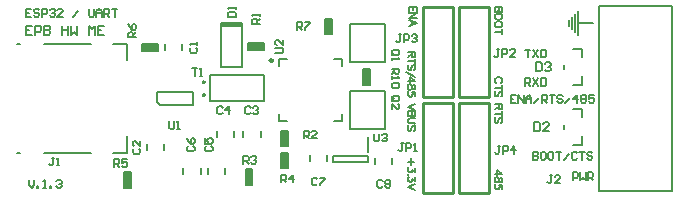
<source format=gto>
G04*
G04 #@! TF.GenerationSoftware,Altium Limited,Altium Designer,24.9.1 (31)*
G04*
G04 Layer_Color=65535*
%FSLAX44Y44*%
%MOMM*%
G71*
G04*
G04 #@! TF.SameCoordinates,0DAEADC5-739E-474D-A028-FC833E2B39B4*
G04*
G04*
G04 #@! TF.FilePolarity,Positive*
G04*
G01*
G75*
%ADD10C,0.2500*%
%ADD11C,0.2540*%
%ADD12C,0.2000*%
%ADD13C,0.1270*%
%ADD14C,0.2032*%
%ADD15C,0.1524*%
%ADD16R,1.7780X0.4572*%
%ADD17R,0.4826X1.3208*%
%ADD18R,1.3208X0.4826*%
D10*
X495100Y817000D02*
G03*
X495100Y817000I-1250J0D01*
G01*
D11*
X437750Y787750D02*
G03*
X437750Y787750I-1000J0D01*
G01*
X437750Y798750D02*
G03*
X437750Y798750I-1000J0D01*
G01*
X652300Y704990D02*
Y781190D01*
Y704990D02*
X677700D01*
Y781190D01*
X652300D02*
X677700D01*
X621820Y862470D02*
X647220D01*
Y786270D02*
Y862470D01*
X621820Y786270D02*
X647220D01*
X621820D02*
Y862470D01*
X652300D02*
X652300Y786270D01*
X677700D01*
X677700Y862470D01*
X652300D02*
X677700D01*
X621820Y781190D02*
X621820Y704990D01*
X647220D01*
X647220Y781190D01*
X621820D02*
X647220D01*
D12*
X741800Y758730D02*
Y762730D01*
X756800Y745230D02*
Y752730D01*
X749300Y745230D02*
X756800D01*
Y768730D02*
Y776230D01*
X749300D02*
X756800D01*
X741800Y809530D02*
Y813530D01*
X756800Y796030D02*
Y803530D01*
X749300Y796030D02*
X756800D01*
Y819530D02*
Y827030D01*
X749300D02*
X756800D01*
X575330Y730750D02*
Y736250D01*
X546370Y730750D02*
X575330D01*
X546370D02*
Y736250D01*
X575330D01*
X575990Y739750D02*
Y752250D01*
X500350Y812250D02*
Y818500D01*
X506600D01*
X547100D02*
X553350D01*
Y812250D02*
Y818500D01*
Y765500D02*
Y771750D01*
X547100Y765500D02*
X553350D01*
X500350D02*
Y771750D01*
Y765500D02*
X506600D01*
X771160Y706500D02*
X833160D01*
Y863500D01*
X771160D02*
X833160D01*
X771160Y706500D02*
Y863500D01*
X441623Y782623D02*
Y804750D01*
X487750Y782623D02*
Y804750D01*
X441623D02*
X487750D01*
X441623Y782623D02*
X487750D01*
D13*
X359900Y739000D02*
X371500D01*
X301100D02*
X340900D01*
X278575Y739000D02*
X280700D01*
X371500Y739000D02*
Y752800D01*
X359900Y831000D02*
X371500D01*
X301100D02*
X340900D01*
X371500Y817200D02*
Y831000D01*
X278575D02*
X280700D01*
X753361Y848500D02*
X766061D01*
X745741Y845960D02*
Y851040D01*
X748281Y843420D02*
Y853580D01*
X750821Y840880D02*
Y856120D01*
X753361Y838340D02*
Y858660D01*
X715051Y739575D02*
Y732973D01*
X718352D01*
X719452Y734074D01*
Y735174D01*
X718352Y736274D01*
X715051D01*
X718352D01*
X719452Y737375D01*
Y738475D01*
X718352Y739575D01*
X715051D01*
X724954D02*
X722753D01*
X721653Y738475D01*
Y734074D01*
X722753Y732973D01*
X724954D01*
X726054Y734074D01*
Y738475D01*
X724954Y739575D01*
X731556D02*
X729355D01*
X728255Y738475D01*
Y734074D01*
X729355Y732973D01*
X731556D01*
X732656Y734074D01*
Y738475D01*
X731556Y739575D01*
X734857D02*
X739258D01*
X737057D01*
Y732973D01*
X741459D02*
X745860Y737375D01*
X752462Y738475D02*
X751361Y739575D01*
X749161D01*
X748060Y738475D01*
Y734074D01*
X749161Y732973D01*
X751361D01*
X752462Y734074D01*
X754662Y739575D02*
X759063D01*
X756863D01*
Y732973D01*
X765665Y738475D02*
X764565Y739575D01*
X762365D01*
X761264Y738475D01*
Y737375D01*
X762365Y736274D01*
X764565D01*
X765665Y735174D01*
Y734074D01*
X764565Y732973D01*
X762365D01*
X761264Y734074D01*
X700792Y787815D02*
X696391D01*
Y781213D01*
X700792D01*
X696391Y784514D02*
X698591D01*
X702992Y781213D02*
Y787815D01*
X707394Y781213D01*
Y787815D01*
X709594Y781213D02*
Y785614D01*
X711795Y787815D01*
X713996Y785614D01*
Y781213D01*
Y784514D01*
X709594D01*
X716196Y781213D02*
X720598Y785614D01*
X722798Y781213D02*
Y787815D01*
X726099D01*
X727199Y786715D01*
Y784514D01*
X726099Y783414D01*
X722798D01*
X724999D02*
X727199Y781213D01*
X729400Y787815D02*
X733801D01*
X731601D01*
Y781213D01*
X740403Y786715D02*
X739303Y787815D01*
X737102D01*
X736002Y786715D01*
Y785614D01*
X737102Y784514D01*
X739303D01*
X740403Y783414D01*
Y782313D01*
X739303Y781213D01*
X737102D01*
X736002Y782313D01*
X742604Y781213D02*
X747005Y785614D01*
X752506Y781213D02*
Y787815D01*
X749206Y784514D01*
X753607D01*
X755807Y786715D02*
X756908Y787815D01*
X759108D01*
X760209Y786715D01*
Y785614D01*
X759108Y784514D01*
X760209Y783414D01*
Y782313D01*
X759108Y781213D01*
X756908D01*
X755807Y782313D01*
Y783414D01*
X756908Y784514D01*
X755807Y785614D01*
Y786715D01*
X756908Y784514D02*
X759108D01*
X766811Y787815D02*
X762409D01*
Y784514D01*
X764610Y785614D01*
X765710D01*
X766811Y784514D01*
Y782313D01*
X765710Y781213D01*
X763510D01*
X762409Y782313D01*
X291364Y846212D02*
X286286D01*
Y838594D01*
X291364D01*
X286286Y842403D02*
X288825D01*
X293904Y838594D02*
Y846212D01*
X297712D01*
X298982Y844942D01*
Y842403D01*
X297712Y841133D01*
X293904D01*
X301521Y846212D02*
Y838594D01*
X305330D01*
X306599Y839864D01*
Y841133D01*
X305330Y842403D01*
X301521D01*
X305330D01*
X306599Y843672D01*
Y844942D01*
X305330Y846212D01*
X301521D01*
X316756D02*
Y838594D01*
Y842403D01*
X321834D01*
Y846212D01*
Y838594D01*
X324374Y846212D02*
Y838594D01*
X326913Y841133D01*
X329452Y838594D01*
Y846212D01*
X339609Y838594D02*
Y846212D01*
X342148Y843672D01*
X344687Y846212D01*
Y838594D01*
X352305Y846212D02*
X347226D01*
Y838594D01*
X352305D01*
X347226Y842403D02*
X349766D01*
X689383Y720896D02*
X684981Y724040D01*
Y719324D01*
X689383Y720896D02*
X682780D01*
X689383Y716589D02*
X689068Y717532D01*
X688439Y717846D01*
X687811D01*
X687182Y717532D01*
X686867Y716903D01*
X686553Y715645D01*
X686238Y714702D01*
X685610Y714073D01*
X684981Y713759D01*
X684038D01*
X683409Y714073D01*
X683094Y714388D01*
X682780Y715331D01*
Y716589D01*
X683094Y717532D01*
X683409Y717846D01*
X684038Y718161D01*
X684981D01*
X685610Y717846D01*
X686238Y717217D01*
X686553Y716274D01*
X686867Y715016D01*
X687182Y714388D01*
X687811Y714073D01*
X688439D01*
X689068Y714388D01*
X689383Y715331D01*
Y716589D01*
Y708508D02*
Y711652D01*
X686553Y711967D01*
X686867Y711652D01*
X687182Y710709D01*
Y709766D01*
X686867Y708823D01*
X686238Y708194D01*
X685295Y707879D01*
X684667D01*
X683723Y708194D01*
X683094Y708823D01*
X682780Y709766D01*
Y710709D01*
X683094Y711652D01*
X683409Y711967D01*
X684038Y712281D01*
X689383Y779920D02*
X682780D01*
X689383D02*
Y777090D01*
X689068Y776147D01*
X688754Y775833D01*
X688125Y775518D01*
X687496D01*
X686867Y775833D01*
X686553Y776147D01*
X686238Y777090D01*
Y779920D01*
Y777719D02*
X682780Y775518D01*
X689383Y771840D02*
X682780D01*
X689383Y774041D02*
Y769639D01*
X688439Y764451D02*
X689068Y765080D01*
X689383Y766023D01*
Y767281D01*
X689068Y768224D01*
X688439Y768853D01*
X687811D01*
X687182Y768538D01*
X686867Y768224D01*
X686553Y767595D01*
X685924Y765709D01*
X685610Y765080D01*
X685295Y764765D01*
X684667Y764451D01*
X683723D01*
X683094Y765080D01*
X682780Y766023D01*
Y767281D01*
X683094Y768224D01*
X683723Y768853D01*
X616993Y858383D02*
Y862470D01*
X610390D01*
Y858383D01*
X613848Y862470D02*
Y859955D01*
X616993Y857282D02*
X610390D01*
X616993D02*
X610390Y852881D01*
X616993D02*
X610390D01*
Y846027D02*
X616993Y848542D01*
X610390Y851057D01*
X612591Y850114D02*
Y846970D01*
X615723Y824370D02*
X609120D01*
X615723D02*
Y821540D01*
X615408Y820597D01*
X615094Y820283D01*
X614465Y819968D01*
X613836D01*
X613207Y820283D01*
X612893Y820597D01*
X612579Y821540D01*
Y824370D01*
Y822169D02*
X609120Y819968D01*
X615723Y816290D02*
X609120D01*
X615723Y818491D02*
Y814089D01*
X614779Y808901D02*
X615408Y809530D01*
X615723Y810473D01*
Y811731D01*
X615408Y812674D01*
X614779Y813303D01*
X614151D01*
X613522Y812988D01*
X613207Y812674D01*
X612893Y812045D01*
X612264Y810159D01*
X611950Y809530D01*
X611635Y809215D01*
X611007Y808901D01*
X610063D01*
X609434Y809530D01*
X609120Y810473D01*
Y811731D01*
X609434Y812674D01*
X610063Y813303D01*
X608177Y807423D02*
X615723Y803022D01*
Y799437D02*
X611321Y802581D01*
Y797865D01*
X615723Y799437D02*
X609120D01*
X615723Y795130D02*
X615408Y796073D01*
X614779Y796388D01*
X614151D01*
X613522Y796073D01*
X613207Y795444D01*
X612893Y794187D01*
X612579Y793244D01*
X611950Y792615D01*
X611321Y792300D01*
X610378D01*
X609749Y792615D01*
X609434Y792929D01*
X609120Y793872D01*
Y795130D01*
X609434Y796073D01*
X609749Y796388D01*
X610378Y796702D01*
X611321D01*
X611950Y796388D01*
X612579Y795759D01*
X612893Y794816D01*
X613207Y793558D01*
X613522Y792929D01*
X614151Y792615D01*
X614779D01*
X615408Y792929D01*
X615723Y793872D01*
Y795130D01*
Y787050D02*
Y790194D01*
X612893Y790508D01*
X613207Y790194D01*
X613522Y789251D01*
Y788307D01*
X613207Y787364D01*
X612579Y786735D01*
X611635Y786421D01*
X611007D01*
X610063Y786735D01*
X609434Y787364D01*
X609120Y788307D01*
Y789251D01*
X609434Y790194D01*
X609749Y790508D01*
X610378Y790823D01*
X687811Y798064D02*
X688439Y798378D01*
X689068Y799007D01*
X689383Y799636D01*
Y800894D01*
X689068Y801522D01*
X688439Y802151D01*
X687811Y802466D01*
X686867Y802780D01*
X685295D01*
X684352Y802466D01*
X683723Y802151D01*
X683094Y801522D01*
X682780Y800894D01*
Y799636D01*
X683094Y799007D01*
X683723Y798378D01*
X684352Y798064D01*
X689383Y794008D02*
X682780D01*
X689383Y796209D02*
Y791807D01*
X688439Y786619D02*
X689068Y787248D01*
X689383Y788192D01*
Y789449D01*
X689068Y790392D01*
X688439Y791021D01*
X687811D01*
X687182Y790707D01*
X686867Y790392D01*
X686553Y789763D01*
X685924Y787877D01*
X685610Y787248D01*
X685295Y786934D01*
X684667Y786619D01*
X683723D01*
X683094Y787248D01*
X682780Y788192D01*
Y789449D01*
X683094Y790392D01*
X683723Y791021D01*
X689383Y862470D02*
X682780D01*
X689383D02*
Y859640D01*
X689068Y858697D01*
X688754Y858383D01*
X688125Y858068D01*
X687496D01*
X686867Y858383D01*
X686553Y858697D01*
X686238Y859640D01*
Y862470D02*
Y859640D01*
X685924Y858697D01*
X685610Y858383D01*
X684981Y858068D01*
X684038D01*
X683409Y858383D01*
X683094Y858697D01*
X682780Y859640D01*
Y862470D01*
X689383Y854704D02*
X689068Y855333D01*
X688439Y855962D01*
X687811Y856276D01*
X686867Y856591D01*
X685295D01*
X684352Y856276D01*
X683723Y855962D01*
X683094Y855333D01*
X682780Y854704D01*
Y853447D01*
X683094Y852818D01*
X683723Y852189D01*
X684352Y851874D01*
X685295Y851560D01*
X686867D01*
X687811Y851874D01*
X688439Y852189D01*
X689068Y852818D01*
X689383Y853447D01*
Y854704D01*
Y848133D02*
X689068Y848762D01*
X688439Y849391D01*
X687811Y849705D01*
X686867Y850020D01*
X685295D01*
X684352Y849705D01*
X683723Y849391D01*
X683094Y848762D01*
X682780Y848133D01*
Y846875D01*
X683094Y846246D01*
X683723Y845618D01*
X684352Y845303D01*
X685295Y844989D01*
X686867D01*
X687811Y845303D01*
X688439Y845618D01*
X689068Y846246D01*
X689383Y846875D01*
Y848133D01*
Y841247D02*
X682780D01*
X689383Y843448D02*
Y839047D01*
X614779Y731370D02*
X609120D01*
X611950Y734200D02*
Y728541D01*
X615723Y725963D02*
Y722504D01*
X613207Y724390D01*
Y723447D01*
X612893Y722818D01*
X612579Y722504D01*
X611635Y722190D01*
X611007D01*
X610063Y722504D01*
X609434Y723133D01*
X609120Y724076D01*
Y725019D01*
X609434Y725963D01*
X609749Y726277D01*
X610378Y726591D01*
X609749Y720397D02*
X609434Y720712D01*
X609120Y720397D01*
X609434Y720083D01*
X609749Y720397D01*
X615723Y718008D02*
Y714549D01*
X613207Y716436D01*
Y715493D01*
X612893Y714864D01*
X612579Y714549D01*
X611635Y714235D01*
X611007D01*
X610063Y714549D01*
X609434Y715178D01*
X609120Y716122D01*
Y717065D01*
X609434Y718008D01*
X609749Y718322D01*
X610378Y718637D01*
X615723Y712757D02*
X609120Y710242D01*
X615723Y707727D02*
X609120Y710242D01*
X615723Y779920D02*
X609120Y777405D01*
X615723Y774890D02*
X609120Y777405D01*
X615723Y774041D02*
X609120D01*
X615723D02*
Y771211D01*
X615408Y770268D01*
X615094Y769953D01*
X614465Y769639D01*
X613836D01*
X613207Y769953D01*
X612893Y770268D01*
X612579Y771211D01*
Y774041D02*
Y771211D01*
X612264Y770268D01*
X611950Y769953D01*
X611321Y769639D01*
X610378D01*
X609749Y769953D01*
X609434Y770268D01*
X609120Y771211D01*
Y774041D01*
X615723Y768161D02*
X611007D01*
X610063Y767847D01*
X609434Y767218D01*
X609120Y766275D01*
Y765646D01*
X609434Y764703D01*
X610063Y764074D01*
X611007Y763759D01*
X615723D01*
X614779Y757534D02*
X615408Y758163D01*
X615723Y759106D01*
Y760364D01*
X615408Y761307D01*
X614779Y761936D01*
X614151D01*
X613522Y761621D01*
X613207Y761307D01*
X612893Y760678D01*
X612264Y758792D01*
X611950Y758163D01*
X611635Y757849D01*
X611007Y757534D01*
X610063D01*
X609434Y758163D01*
X609120Y759106D01*
Y760364D01*
X609434Y761307D01*
X610063Y761936D01*
X288746Y715801D02*
Y711400D01*
X290947Y709199D01*
X293147Y711400D01*
Y715801D01*
X295348Y709199D02*
Y710299D01*
X296448D01*
Y709199D01*
X295348D01*
X300849D02*
X303050D01*
X301950D01*
Y715801D01*
X300849Y714701D01*
X306351Y709199D02*
Y710299D01*
X307451D01*
Y709199D01*
X306351D01*
X311853Y714701D02*
X312953Y715801D01*
X315154D01*
X316254Y714701D01*
Y713600D01*
X315154Y712500D01*
X314053D01*
X315154D01*
X316254Y711400D01*
Y710299D01*
X315154Y709199D01*
X312953D01*
X311853Y710299D01*
X290687Y860801D02*
X286286D01*
Y854199D01*
X290687D01*
X286286Y857500D02*
X288487D01*
X297289Y859701D02*
X296189Y860801D01*
X293988D01*
X292888Y859701D01*
Y858600D01*
X293988Y857500D01*
X296189D01*
X297289Y856400D01*
Y855299D01*
X296189Y854199D01*
X293988D01*
X292888Y855299D01*
X299490Y854199D02*
Y860801D01*
X302791D01*
X303891Y859701D01*
Y857500D01*
X302791Y856400D01*
X299490D01*
X306092Y859701D02*
X307192Y860801D01*
X309393D01*
X310493Y859701D01*
Y858600D01*
X309393Y857500D01*
X308292D01*
X309393D01*
X310493Y856400D01*
Y855299D01*
X309393Y854199D01*
X307192D01*
X306092Y855299D01*
X317095Y854199D02*
X312694D01*
X317095Y858600D01*
Y859701D01*
X315994Y860801D01*
X313794D01*
X312694Y859701D01*
X325897Y854199D02*
X330299Y858600D01*
X339101Y860801D02*
Y855299D01*
X340201Y854199D01*
X342402D01*
X343502Y855299D01*
Y860801D01*
X345703Y854199D02*
Y858600D01*
X347903Y860801D01*
X350104Y858600D01*
Y854199D01*
Y857500D01*
X345703D01*
X352305Y854199D02*
Y860801D01*
X355606D01*
X356706Y859701D01*
Y857500D01*
X355606Y856400D01*
X352305D01*
X354505D02*
X356706Y854199D01*
X358907Y860801D02*
X363308D01*
X361107D01*
Y854199D01*
X708747Y795529D02*
Y802131D01*
X712048D01*
X713149Y801031D01*
Y798830D01*
X712048Y797730D01*
X708747D01*
X710948D02*
X713149Y795529D01*
X715349Y802131D02*
X719751Y795529D01*
Y802131D02*
X715349Y795529D01*
X721951Y802131D02*
Y795529D01*
X725252D01*
X726352Y796629D01*
Y801031D01*
X725252Y802131D01*
X721951D01*
X708747Y826261D02*
X713149D01*
X710948D01*
Y819659D01*
X715349Y826261D02*
X719751Y819659D01*
Y826261D02*
X715349Y819659D01*
X721951Y826261D02*
Y819659D01*
X725252D01*
X726352Y820759D01*
Y825161D01*
X725252Y826261D01*
X721951D01*
X748899Y715659D02*
Y722261D01*
X752200D01*
X753300Y721161D01*
Y718960D01*
X752200Y717860D01*
X748899D01*
X755501Y722261D02*
Y715659D01*
X757701Y717860D01*
X759902Y715659D01*
Y722261D01*
X762103Y715659D02*
Y722261D01*
X765404D01*
X766504Y721161D01*
Y718960D01*
X765404Y717860D01*
X762103D01*
X764303D02*
X766504Y715659D01*
X717552Y815339D02*
Y807721D01*
X721361D01*
X722630Y808991D01*
Y814069D01*
X721361Y815339D01*
X717552D01*
X725170Y814069D02*
X726439Y815339D01*
X728978D01*
X730248Y814069D01*
Y812800D01*
X728978Y811530D01*
X727709D01*
X728978D01*
X730248Y810260D01*
Y808991D01*
X728978Y807721D01*
X726439D01*
X725170Y808991D01*
X716282Y764539D02*
Y756921D01*
X720091D01*
X721360Y758191D01*
Y763269D01*
X720091Y764539D01*
X716282D01*
X728978Y756921D02*
X723900D01*
X728978Y762000D01*
Y763269D01*
X727708Y764539D01*
X725169D01*
X723900Y763269D01*
X687523Y744613D02*
X685322D01*
X686423D01*
Y739111D01*
X685322Y738011D01*
X684222D01*
X683121Y739111D01*
X689723Y738011D02*
Y744613D01*
X693024D01*
X694125Y743513D01*
Y741312D01*
X693024Y740212D01*
X689723D01*
X699626Y738011D02*
Y744613D01*
X696325Y741312D01*
X700726D01*
X521099Y750949D02*
Y757551D01*
X524399D01*
X525500Y756451D01*
Y754250D01*
X524399Y753150D01*
X521099D01*
X523299D02*
X525500Y750949D01*
X532102D02*
X527700D01*
X532102Y755350D01*
Y756451D01*
X531001Y757551D01*
X528801D01*
X527700Y756451D01*
X603703Y839101D02*
X601502D01*
X602603D01*
Y833599D01*
X601502Y832499D01*
X600402D01*
X599301Y833599D01*
X605903Y832499D02*
Y839101D01*
X609204D01*
X610305Y838001D01*
Y835800D01*
X609204Y834700D01*
X605903D01*
X612505Y838001D02*
X613606Y839101D01*
X615806D01*
X616907Y838001D01*
Y836900D01*
X615806Y835800D01*
X614706D01*
X615806D01*
X616907Y834700D01*
Y833599D01*
X615806Y832499D01*
X613606D01*
X612505Y833599D01*
X686761Y826655D02*
X684560D01*
X685660D01*
Y821153D01*
X684560Y820053D01*
X683460D01*
X682359Y821153D01*
X688961Y820053D02*
Y826655D01*
X692262D01*
X693363Y825555D01*
Y823354D01*
X692262Y822254D01*
X688961D01*
X699965Y820053D02*
X695563D01*
X699965Y824454D01*
Y825555D01*
X698864Y826655D01*
X696664D01*
X695563Y825555D01*
X605819Y746899D02*
X603619D01*
X604719D01*
Y741397D01*
X603619Y740297D01*
X602518D01*
X601418Y741397D01*
X608020Y740297D02*
Y746899D01*
X611321D01*
X612421Y745799D01*
Y743598D01*
X611321Y742498D01*
X608020D01*
X614622Y740297D02*
X616822D01*
X615722D01*
Y746899D01*
X614622Y745799D01*
X731755Y719637D02*
X729554D01*
X730655D01*
Y714135D01*
X729554Y713035D01*
X728454D01*
X727354Y714135D01*
X738357Y713035D02*
X733956D01*
X738357Y717436D01*
Y718536D01*
X737257Y719637D01*
X735056D01*
X733956Y718536D01*
X580598Y755051D02*
Y749549D01*
X581699Y748449D01*
X583899D01*
X585000Y749549D01*
Y755051D01*
X587200Y753951D02*
X588301Y755051D01*
X590501D01*
X591602Y753951D01*
Y752850D01*
X590501Y751750D01*
X589401D01*
X590501D01*
X591602Y750650D01*
Y749549D01*
X590501Y748449D01*
X588301D01*
X587200Y749549D01*
X588000Y714701D02*
X586899Y715801D01*
X584699D01*
X583599Y714701D01*
Y710299D01*
X584699Y709199D01*
X586899D01*
X588000Y710299D01*
X590200Y714701D02*
X591301Y715801D01*
X593501D01*
X594602Y714701D01*
Y713600D01*
X593501Y712500D01*
X594602Y711400D01*
Y710299D01*
X593501Y709199D01*
X591301D01*
X590200Y710299D01*
Y711400D01*
X591301Y712500D01*
X590200Y713600D01*
Y714701D01*
X591301Y712500D02*
X593501D01*
X532500Y716701D02*
X531399Y717801D01*
X529199D01*
X528098Y716701D01*
Y712299D01*
X529199Y711199D01*
X531399D01*
X532500Y712299D01*
X534700Y717801D02*
X539102D01*
Y716701D01*
X534700Y712299D01*
Y711199D01*
X484051Y847849D02*
X477449D01*
Y851150D01*
X478549Y852250D01*
X480750D01*
X481850Y851150D01*
Y847849D01*
Y850049D02*
X484051Y852250D01*
Y854451D02*
Y856651D01*
Y855551D01*
X477449D01*
X478549Y854451D01*
X497116Y823242D02*
X502618D01*
X503718Y824342D01*
Y826543D01*
X502618Y827643D01*
X497116D01*
X503718Y834245D02*
Y829844D01*
X499317Y834245D01*
X498216D01*
X497116Y833145D01*
Y830944D01*
X498216Y829844D01*
X426599Y810801D02*
X431000D01*
X428799D01*
Y804199D01*
X433201D02*
X435401D01*
X434301D01*
Y810801D01*
X433201Y809701D01*
X595631Y810130D02*
X602233D01*
Y806829D01*
X601133Y805729D01*
X598932D01*
X597832Y806829D01*
Y810130D01*
Y807930D02*
X595631Y805729D01*
Y803528D02*
Y801328D01*
Y802428D01*
X602233D01*
X601133Y803528D01*
Y798027D02*
X602233Y796927D01*
Y794726D01*
X601133Y793626D01*
X596731D01*
X595631Y794726D01*
Y796927D01*
X596731Y798027D01*
X601133D01*
X515289Y843019D02*
Y849621D01*
X518589D01*
X519690Y848521D01*
Y846320D01*
X518589Y845220D01*
X515289D01*
X517489D02*
X519690Y843019D01*
X521890Y849621D02*
X526292D01*
Y848521D01*
X521890Y844119D01*
Y843019D01*
X379221Y836508D02*
X372619D01*
Y839809D01*
X373719Y840910D01*
X375920D01*
X377020Y839809D01*
Y836508D01*
Y838709D02*
X379221Y840910D01*
X372619Y847512D02*
X373719Y845311D01*
X375920Y843110D01*
X378121D01*
X379221Y844211D01*
Y846411D01*
X378121Y847512D01*
X377020D01*
X375920Y846411D01*
Y843110D01*
X360766Y726949D02*
Y733551D01*
X364067D01*
X365168Y732451D01*
Y730250D01*
X364067Y729150D01*
X360766D01*
X362967D02*
X365168Y726949D01*
X371770Y733551D02*
X367368D01*
Y730250D01*
X369569Y731350D01*
X370669D01*
X371770Y730250D01*
Y728049D01*
X370669Y726949D01*
X368469D01*
X367368Y728049D01*
X502019Y713729D02*
Y720331D01*
X505320D01*
X506420Y719230D01*
Y717030D01*
X505320Y715929D01*
X502019D01*
X504220D02*
X506420Y713729D01*
X511922D02*
Y720331D01*
X508621Y717030D01*
X513022D01*
X470090Y729745D02*
Y736347D01*
X473391D01*
X474491Y735247D01*
Y733046D01*
X473391Y731946D01*
X470090D01*
X472291D02*
X474491Y729745D01*
X476692Y735247D02*
X477792Y736347D01*
X479993D01*
X481093Y735247D01*
Y734146D01*
X479993Y733046D01*
X478892D01*
X479993D01*
X481093Y731946D01*
Y730846D01*
X479993Y729745D01*
X477792D01*
X476692Y730846D01*
X596731Y782658D02*
X601133D01*
X602233Y783759D01*
Y785959D01*
X601133Y787059D01*
X596731D01*
X595631Y785959D01*
Y783759D01*
X597832Y784859D02*
X595631Y782658D01*
Y783759D02*
X596731Y782658D01*
X595631Y776056D02*
Y780458D01*
X600032Y776056D01*
X601133D01*
X602233Y777157D01*
Y779357D01*
X601133Y780458D01*
X596731Y821436D02*
X601133D01*
X602233Y822536D01*
Y824737D01*
X601133Y825837D01*
X596731D01*
X595631Y824737D01*
Y822536D01*
X597832Y823637D02*
X595631Y821436D01*
Y822536D02*
X596731Y821436D01*
X595631Y819235D02*
Y817035D01*
Y818135D01*
X602233D01*
X601133Y819235D01*
X456949Y853849D02*
X463551D01*
Y857150D01*
X462451Y858250D01*
X458049D01*
X456949Y857150D01*
Y853849D01*
X463551Y860451D02*
Y862651D01*
Y861551D01*
X456949D01*
X458049Y860451D01*
X423249Y744390D02*
X422149Y743289D01*
Y741089D01*
X423249Y739988D01*
X427651D01*
X428751Y741089D01*
Y743289D01*
X427651Y744390D01*
X422149Y750992D02*
X423249Y748791D01*
X425450Y746590D01*
X427651D01*
X428751Y747691D01*
Y749891D01*
X427651Y750992D01*
X426550D01*
X425450Y749891D01*
Y746590D01*
X438489Y744390D02*
X437389Y743289D01*
Y741089D01*
X438489Y739988D01*
X442891D01*
X443991Y741089D01*
Y743289D01*
X442891Y744390D01*
X437389Y750992D02*
Y746590D01*
X440690D01*
X439590Y748791D01*
Y749891D01*
X440690Y750992D01*
X442891D01*
X443991Y749891D01*
Y747691D01*
X442891Y746590D01*
X452572Y777041D02*
X451471Y778141D01*
X449271D01*
X448171Y777041D01*
Y772639D01*
X449271Y771539D01*
X451471D01*
X452572Y772639D01*
X458073Y771539D02*
Y778141D01*
X454772Y774840D01*
X459174D01*
X476194Y777041D02*
X475093Y778141D01*
X472893D01*
X471792Y777041D01*
Y772639D01*
X472893Y771539D01*
X475093D01*
X476194Y772639D01*
X478394Y777041D02*
X479495Y778141D01*
X481695D01*
X482796Y777041D01*
Y775940D01*
X481695Y774840D01*
X480595D01*
X481695D01*
X482796Y773740D01*
Y772639D01*
X481695Y771539D01*
X479495D01*
X478394Y772639D01*
X407294Y765627D02*
Y760125D01*
X408394Y759025D01*
X410595D01*
X411695Y760125D01*
Y765627D01*
X413896Y759025D02*
X416096D01*
X414996D01*
Y765627D01*
X413896Y764527D01*
X309880Y734821D02*
X307679D01*
X308780D01*
Y729319D01*
X307679Y728219D01*
X306579D01*
X305479Y729319D01*
X312081Y728219D02*
X314281D01*
X313181D01*
Y734821D01*
X312081Y733721D01*
X377425Y742423D02*
X376325Y741323D01*
Y739122D01*
X377425Y738022D01*
X381827D01*
X382927Y739122D01*
Y741323D01*
X381827Y742423D01*
X382927Y749025D02*
Y744623D01*
X378526Y749025D01*
X377425D01*
X376325Y747924D01*
Y745724D01*
X377425Y744623D01*
X425582Y827954D02*
X424482Y826853D01*
Y824653D01*
X425582Y823552D01*
X429983D01*
X431084Y824653D01*
Y826853D01*
X429983Y827954D01*
X431084Y830154D02*
Y832355D01*
Y831255D01*
X424482D01*
X425582Y830154D01*
D14*
X397105Y781524D02*
Y790668D01*
Y781524D02*
X399645Y778984D01*
X397105Y790668D02*
X427585D01*
Y778984D02*
Y790668D01*
X399645Y778984D02*
X427585D01*
D15*
X502056Y757604D02*
X502056Y744396D01*
X507644Y757604D02*
X507644Y744396D01*
X502056Y757604D02*
X507644Y757604D01*
X502056Y744396D02*
X507644D01*
X540966Y736540D02*
X540966Y731460D01*
X526234D02*
Y736540D01*
X581234Y734040D02*
X581234Y728960D01*
X595966D02*
Y734040D01*
X388112Y740918D02*
Y745998D01*
X402844D02*
X402844Y740918D01*
X384556Y825246D02*
X397764Y825246D01*
X384556Y830834D02*
X397764Y830834D01*
X384556Y830834D02*
X384556Y825246D01*
X397764Y825246D02*
Y830834D01*
X451360Y811736D02*
Y849074D01*
X469140Y811736D02*
Y849074D01*
X451360Y811736D02*
X469140D01*
X451360Y849074D02*
X469140D01*
X369316Y722630D02*
X369316Y709422D01*
X374904Y722630D02*
X374904Y709422D01*
X369316Y722630D02*
X374904Y722630D01*
X369316Y709422D02*
X374904D01*
X433866Y726040D02*
X433866Y720960D01*
X419134D02*
Y726040D01*
X454616Y725790D02*
X454616Y720710D01*
X439884D02*
Y725790D01*
X507644Y738854D02*
X507644Y725646D01*
X502056Y738854D02*
X502056Y725646D01*
X507644Y725646D01*
X502056Y738854D02*
X507644D01*
X484866Y757540D02*
X484866Y752460D01*
X470134D02*
Y757540D01*
X472206Y725104D02*
X472206Y711896D01*
X477794Y725104D02*
X477794Y711896D01*
X472206Y725104D02*
X477794Y725104D01*
X472206Y711896D02*
X477794D01*
X462366Y757540D02*
X462366Y752460D01*
X447634D02*
Y757540D01*
X560100Y848000D02*
X560100Y816000D01*
X590100Y816000D01*
X560100Y848000D02*
X590100D01*
Y816000D02*
Y848000D01*
X560100Y791000D02*
X560100Y759000D01*
X590100Y759000D01*
X560100Y791000D02*
X590100D01*
Y759000D02*
Y791000D01*
X474146Y831544D02*
X487354Y831544D01*
X474146Y825956D02*
X487354Y825956D01*
X487354Y831544D02*
X487354Y825956D01*
X474146Y825956D02*
Y831544D01*
X545084Y852424D02*
X545084Y839216D01*
X539496Y852424D02*
X539496Y839216D01*
X545084Y839216D01*
X539496Y852424D02*
X545084D01*
X576894Y809604D02*
X576894Y796396D01*
X571306Y809604D02*
X571306Y796396D01*
X576894Y796396D01*
X571306Y809604D02*
X576894D01*
X418324Y825644D02*
Y830724D01*
X403592D02*
X403592Y825644D01*
D16*
X460253Y846783D02*
D03*
D17*
X574221Y803000D02*
D03*
X542417Y845823D02*
D03*
X504723Y751014D02*
D03*
X371974Y716027D02*
D03*
X504977Y732249D02*
D03*
X474873Y718507D02*
D03*
D18*
X391160Y827899D02*
D03*
X480749Y828872D02*
D03*
M02*

</source>
